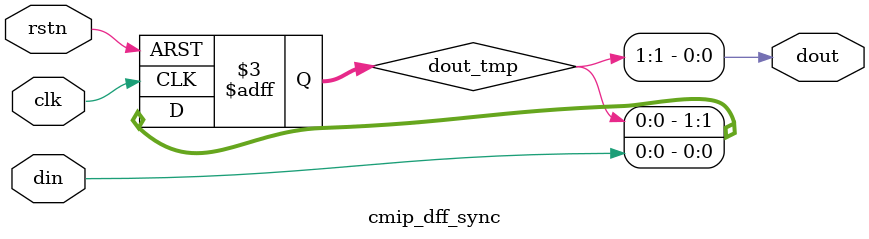
<source format=sv>
/* Copyright bosc
 * author: zhaohong
 * Function: handel synchronize for 1bit signal.*/
module cmip_dff_sync #(
parameter RST_VALUE    = 1'b0,
parameter N            = 2  //min is 2.
)
(
input           clk  ,
input           rstn ,
input           din  ,
output wire     dout  
);

reg  [N-1:0]    dout_tmp;  
integer i;
always @(posedge clk or negedge rstn)
begin
    if (~rstn)
        dout_tmp[N-1:0] <= {N{1'b0}};
    else 
        dout_tmp[N-1:0] <= {dout_tmp[N-2:0],din};
end
assign dout = dout_tmp[N-1];

endmodule

</source>
